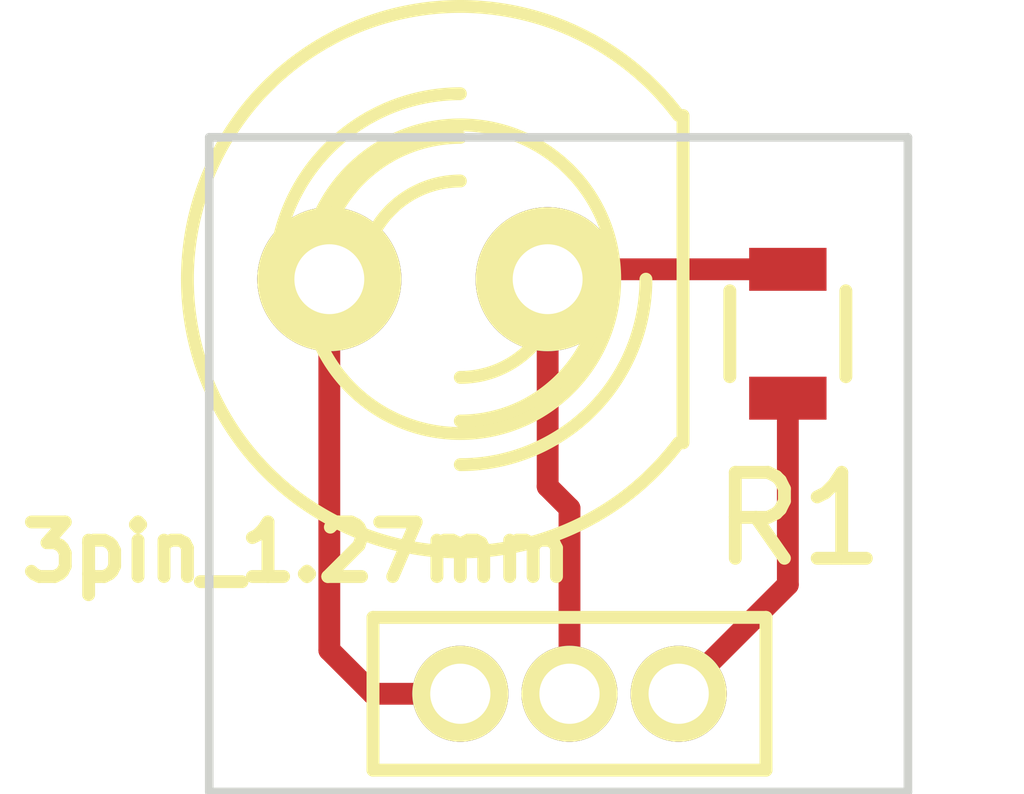
<source format=kicad_pcb>
(kicad_pcb (version 4) (host pcbnew "(2014-12-04 BZR 5312)-product")

  (general
    (links 4)
    (no_connects 0)
    (area 142.268809 87.721 154.367 101.709)
    (thickness 1.6)
    (drawings 5)
    (tracks 10)
    (zones 0)
    (modules 3)
    (nets 4)
  )

  (page A4)
  (layers
    (0 F.Cu signal)
    (31 B.Cu signal)
    (32 B.Adhes user)
    (33 F.Adhes user)
    (34 B.Paste user)
    (35 F.Paste user)
    (36 B.SilkS user)
    (37 F.SilkS user)
    (38 B.Mask user)
    (39 F.Mask user)
    (40 Dwgs.User user)
    (41 Cmts.User user)
    (42 Eco1.User user)
    (43 Eco2.User user)
    (44 Edge.Cuts user)
    (45 Margin user)
    (46 B.CrtYd user)
    (47 F.CrtYd user)
    (48 B.Fab user)
    (49 F.Fab user)
  )

  (setup
    (last_trace_width 0.254)
    (trace_clearance 0.254)
    (zone_clearance 0.508)
    (zone_45_only no)
    (trace_min 0.254)
    (segment_width 0.2)
    (edge_width 0.1)
    (via_size 0.889)
    (via_drill 0.635)
    (via_min_size 0.889)
    (via_min_drill 0.508)
    (uvia_size 0.508)
    (uvia_drill 0.127)
    (uvias_allowed no)
    (uvia_min_size 0.508)
    (uvia_min_drill 0.127)
    (pcb_text_width 0.3)
    (pcb_text_size 1.5 1.5)
    (mod_edge_width 0.15)
    (mod_text_size 1 1)
    (mod_text_width 0.15)
    (pad_size 1.5 1.5)
    (pad_drill 0.6)
    (pad_to_mask_clearance 0)
    (aux_axis_origin 0 0)
    (visible_elements 7FFEFF7F)
    (pcbplotparams
      (layerselection 0x020f0_80000001)
      (usegerberextensions true)
      (excludeedgelayer true)
      (linewidth 0.100000)
      (plotframeref false)
      (viasonmask false)
      (mode 1)
      (useauxorigin false)
      (hpglpennumber 1)
      (hpglpenspeed 20)
      (hpglpendiameter 15)
      (hpglpenoverlay 2)
      (psnegative false)
      (psa4output false)
      (plotreference false)
      (plotvalue false)
      (plotinvisibletext false)
      (padsonsilk false)
      (subtractmaskfromsilk false)
      (outputformat 1)
      (mirror false)
      (drillshape 0)
      (scaleselection 1)
      (outputdirectory C:/KiCad/Projects/AMRR/detector_block/gerber/))
  )

  (net 0 "")
  (net 1 "Net-(Ph1-Pad1)")
  (net 2 "Net-(Ph1-Pad2)")
  (net 3 "Net-(R1-Pad1)")

  (net_class Default "This is the default net class."
    (clearance 0.254)
    (trace_width 0.254)
    (via_dia 0.889)
    (via_drill 0.635)
    (uvia_dia 0.508)
    (uvia_drill 0.127)
    (add_net "Net-(Ph1-Pad1)")
    (add_net "Net-(Ph1-Pad2)")
    (add_net "Net-(R1-Pad1)")
  )

  (module custom_project_specific:1.27mm_1x3_detector (layer F.Cu) (tedit 552481E4) (tstamp 55248226)
    (at 149.098 97.536)
    (path /5524807A)
    (fp_text reference conn1 (at 0 2.794) (layer F.SilkS) hide
      (effects (font (size 1.5 1.5) (thickness 0.15)))
    )
    (fp_text value 3pin_1.27mm (at -3.175 -1.651) (layer F.SilkS)
      (effects (font (size 0.635 0.635) (thickness 0.15)))
    )
    (fp_line (start -2.286 -0.889) (end -2.286 0.889) (layer F.SilkS) (width 0.15))
    (fp_line (start -2.286 0.889) (end 2.286 0.889) (layer F.SilkS) (width 0.15))
    (fp_line (start 2.286 0.889) (end 2.286 -0.889) (layer F.SilkS) (width 0.15))
    (fp_line (start 2.286 -0.889) (end -2.286 -0.889) (layer F.SilkS) (width 0.15))
    (pad 1 thru_hole circle (at -1.27 0) (size 1.1176 1.1176) (drill 0.7) (layers *.Cu *.Mask F.SilkS)
      (net 1 "Net-(Ph1-Pad1)"))
    (pad 2 thru_hole circle (at 0 0) (size 1.1176 1.1176) (drill 0.7) (layers *.Cu *.Mask F.SilkS)
      (net 2 "Net-(Ph1-Pad2)"))
    (pad 3 thru_hole circle (at 1.27 0) (size 1.1176 1.1176) (drill 0.7) (layers *.Cu *.Mask F.SilkS)
      (net 3 "Net-(R1-Pad1)"))
  )

  (module LEDs:LED-5MM (layer F.Cu) (tedit 5524825F) (tstamp 5524822C)
    (at 147.574 92.71)
    (descr "LED 5mm - Lead pitch 100mil (2,54mm)")
    (tags "LED led 5mm 5MM 100mil 2,54mm")
    (path /55247EAF)
    (fp_text reference Ph1 (at 0 -3.81) (layer F.SilkS) hide
      (effects (font (size 1 1) (thickness 0.15)))
    )
    (fp_text value Photoresistor (at 0 3.81) (layer F.Fab)
      (effects (font (size 1 1) (thickness 0.15)))
    )
    (fp_line (start 2.8448 1.905) (end 2.8448 -1.905) (layer F.SilkS) (width 0.15))
    (fp_circle (center 0.254 0) (end -1.016 1.27) (layer F.SilkS) (width 0.15))
    (fp_arc (start 0.254 0) (end 2.794 1.905) (angle 286.2) (layer F.SilkS) (width 0.15))
    (fp_arc (start 0.254 0) (end -0.889 0) (angle 90) (layer F.SilkS) (width 0.15))
    (fp_arc (start 0.254 0) (end 1.397 0) (angle 90) (layer F.SilkS) (width 0.15))
    (fp_arc (start 0.254 0) (end -1.397 0) (angle 90) (layer F.SilkS) (width 0.15))
    (fp_arc (start 0.254 0) (end 1.905 0) (angle 90) (layer F.SilkS) (width 0.15))
    (fp_arc (start 0.254 0) (end -1.905 0) (angle 90) (layer F.SilkS) (width 0.15))
    (fp_arc (start 0.254 0) (end 2.413 0) (angle 90) (layer F.SilkS) (width 0.15))
    (pad 1 thru_hole circle (at -1.27 0) (size 1.6764 1.6764) (drill 0.8128) (layers *.Cu *.Mask F.SilkS)
      (net 1 "Net-(Ph1-Pad1)"))
    (pad 2 thru_hole circle (at 1.27 0) (size 1.6764 1.6764) (drill 0.8128) (layers *.Cu *.Mask F.SilkS)
      (net 2 "Net-(Ph1-Pad2)"))
    (model LEDs.3dshapes/LED-5MM.wrl
      (at (xyz 0 0 0))
      (scale (xyz 1 1 1))
      (rotate (xyz 0 0 0))
    )
  )

  (module Resistors_SMD:R_0603 (layer F.Cu) (tedit 55248490) (tstamp 55248232)
    (at 151.638 93.345 90)
    (descr "Resistor SMD 0603, reflow soldering, Vishay (see dcrcw.pdf)")
    (tags "resistor 0603")
    (path /55247CAD)
    (attr smd)
    (fp_text reference R1 (at -2.159 0.127 180) (layer F.SilkS)
      (effects (font (size 1 1) (thickness 0.15)))
    )
    (fp_text value R (at 0 1.9 90) (layer F.Fab)
      (effects (font (size 1 1) (thickness 0.15)))
    )
    (fp_line (start -1.3 -0.8) (end 1.3 -0.8) (layer F.CrtYd) (width 0.05))
    (fp_line (start -1.3 0.8) (end 1.3 0.8) (layer F.CrtYd) (width 0.05))
    (fp_line (start -1.3 -0.8) (end -1.3 0.8) (layer F.CrtYd) (width 0.05))
    (fp_line (start 1.3 -0.8) (end 1.3 0.8) (layer F.CrtYd) (width 0.05))
    (fp_line (start 0.5 0.675) (end -0.5 0.675) (layer F.SilkS) (width 0.15))
    (fp_line (start -0.5 -0.675) (end 0.5 -0.675) (layer F.SilkS) (width 0.15))
    (pad 1 smd rect (at -0.75 0 90) (size 0.5 0.9) (layers F.Cu F.Paste F.Mask)
      (net 3 "Net-(R1-Pad1)"))
    (pad 2 smd rect (at 0.75 0 90) (size 0.5 0.9) (layers F.Cu F.Paste F.Mask)
      (net 2 "Net-(Ph1-Pad2)"))
    (model Resistors_SMD.3dshapes/R_0603.wrl
      (at (xyz 0 0 0))
      (scale (xyz 1 1 1))
      (rotate (xyz 0 0 0))
    )
  )

  (gr_line (start 153.035 91.059) (end 144.907 91.059) (angle 90) (layer Edge.Cuts) (width 0.1))
  (gr_line (start 144.907 91.059) (end 145.034 91.059) (angle 90) (layer Edge.Cuts) (width 0.1))
  (gr_line (start 144.907 98.679) (end 144.907 91.059) (angle 90) (layer Edge.Cuts) (width 0.1))
  (gr_line (start 153.035 98.679) (end 144.907 98.679) (angle 90) (layer Edge.Cuts) (width 0.1))
  (gr_line (start 153.035 91.059) (end 153.035 98.679) (angle 90) (layer Edge.Cuts) (width 0.1))

  (segment (start 147.828 97.536) (end 146.812 97.536) (width 0.254) (layer F.Cu) (net 1))
  (segment (start 146.304 97.028) (end 146.304 92.71) (width 0.254) (layer F.Cu) (net 1) (tstamp 552484C1))
  (segment (start 146.812 97.536) (end 146.304 97.028) (width 0.254) (layer F.Cu) (net 1) (tstamp 552484BB))
  (segment (start 148.844 92.71) (end 148.844 95.123) (width 0.254) (layer F.Cu) (net 2))
  (segment (start 149.098 95.377) (end 149.098 97.536) (width 0.254) (layer F.Cu) (net 2) (tstamp 552484B8))
  (segment (start 148.844 95.123) (end 149.098 95.377) (width 0.254) (layer F.Cu) (net 2) (tstamp 552484B7))
  (segment (start 151.638 92.595) (end 148.959 92.595) (width 0.254) (layer F.Cu) (net 2))
  (segment (start 148.959 92.595) (end 148.844 92.71) (width 0.254) (layer F.Cu) (net 2) (tstamp 552484AB))
  (segment (start 151.638 94.095) (end 151.638 96.266) (width 0.254) (layer F.Cu) (net 3))
  (segment (start 151.638 96.266) (end 150.368 97.536) (width 0.254) (layer F.Cu) (net 3) (tstamp 552484B2))

)

</source>
